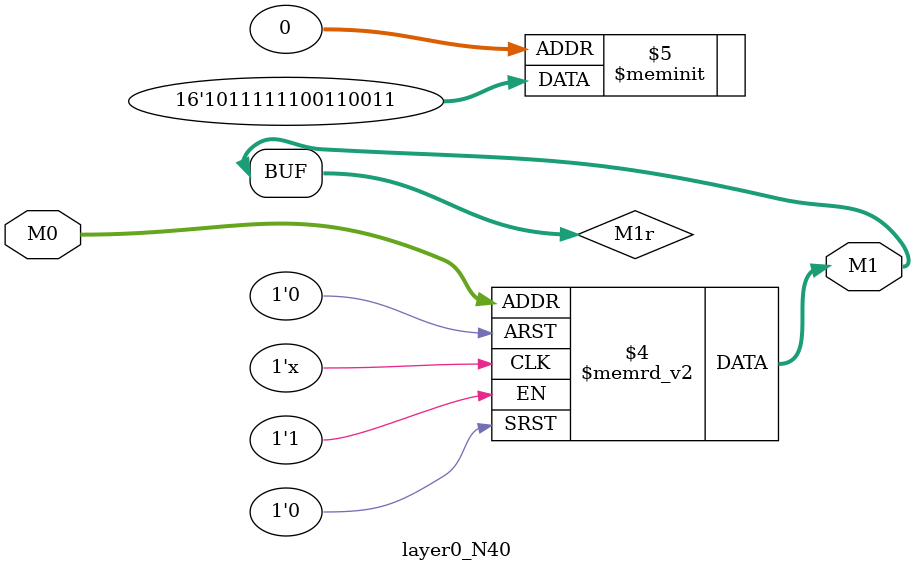
<source format=v>
module layer0_N40 ( input [2:0] M0, output [1:0] M1 );

	(*rom_style = "distributed" *) reg [1:0] M1r;
	assign M1 = M1r;
	always @ (M0) begin
		case (M0)
			3'b000: M1r = 2'b11;
			3'b100: M1r = 2'b11;
			3'b010: M1r = 2'b11;
			3'b110: M1r = 2'b11;
			3'b001: M1r = 2'b00;
			3'b101: M1r = 2'b11;
			3'b011: M1r = 2'b00;
			3'b111: M1r = 2'b10;

		endcase
	end
endmodule

</source>
